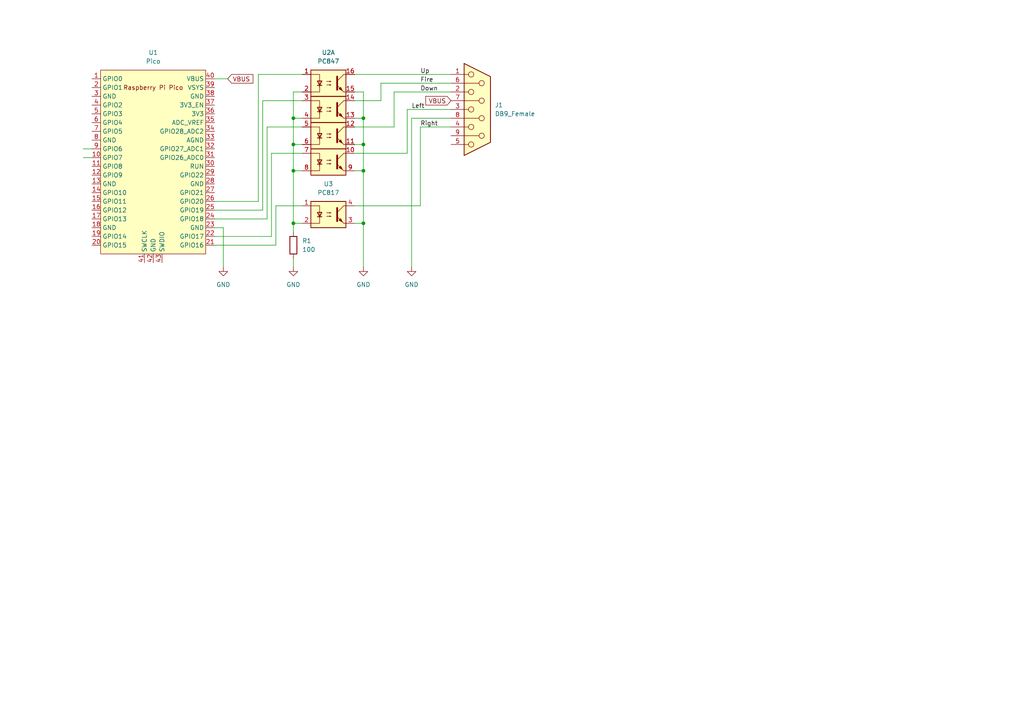
<source format=kicad_sch>
(kicad_sch (version 20211123) (generator eeschema)
  (paper "A4")
  (lib_symbols
    (symbol "Connector:DB9_Female" (pin_names (offset 1.016) hide)
      (property "Reference" "J" (at 0 13.97 0))
      (property "Value" "DB9_Female" (at 0 -14.605 0))
      (symbol "DB9_Female_0_1"
        (circle (center -1.778 -10.16) (radius 0.762))
        (circle (center -1.778 -5.08) (radius 0.762))
        (circle (center -1.778 0) (radius 0.762))
        (circle (center -1.778 5.08) (radius 0.762))
        (circle (center -1.778 10.16) (radius 0.762))
        (polyline (pts (xy -3.81 -10.16) (xy -2.54 -10.16)))
        (polyline (pts (xy -3.81 -7.62) (xy 0.508 -7.62)))
        (polyline (pts (xy -3.81 -5.08) (xy -2.54 -5.08)))
        (polyline (pts (xy -3.81 -2.54) (xy 0.508 -2.54)))
        (polyline (pts (xy -3.81 0) (xy -2.54 0)))
        (polyline (pts (xy -3.81 2.54) (xy 0.508 2.54)))
        (polyline (pts (xy -3.81 5.08) (xy -2.54 5.08)))
        (polyline (pts (xy -3.81 7.62) (xy 0.508 7.62)))
        (polyline (pts (xy -3.81 10.16) (xy -2.54 10.16)))
        (polyline (pts (xy -3.81 13.335) (xy -3.81 -13.335) (xy 3.81 -9.525) (xy 3.81 9.525) (xy -3.81 13.335)) (stroke (width 0.254)) (fill (type background)))
        (circle (center 1.27 -7.62) (radius 0.762))
        (circle (center 1.27 -2.54) (radius 0.762))
        (circle (center 1.27 2.54) (radius 0.762))
        (circle (center 1.27 7.62) (radius 0.762))
      )
      (symbol "DB9_Female_1_1"
        (pin passive line (at -7.62 10.16 0) (length 3.81) (name "1") (number "1"))
        (pin passive line (at -7.62 5.08 0) (length 3.81) (name "2") (number "2"))
        (pin passive line (at -7.62 0 0) (length 3.81) (name "3") (number "3"))
        (pin passive line (at -7.62 -5.08 0) (length 3.81) (name "4") (number "4"))
        (pin passive line (at -7.62 -10.16 0) (length 3.81) (name "5") (number "5"))
        (pin passive line (at -7.62 7.62 0) (length 3.81) (name "6") (number "6"))
        (pin passive line (at -7.62 2.54 0) (length 3.81) (name "7") (number "7"))
        (pin passive line (at -7.62 -2.54 0) (length 3.81) (name "8") (number "8"))
        (pin passive line (at -7.62 -7.62 0) (length 3.81) (name "9") (number "9"))
      )
    )
    (symbol "Device:R" (pin_numbers hide) (pin_names (offset 0))
      (property "Reference" "R" (at 2.032 0 90))
      (property "Value" "R" (at 0 0 90))
      (symbol "R_0_1"
        (rectangle (start -1.016 -2.54) (end 1.016 2.54) (stroke (width 0.254)))
      )
      (symbol "R_1_1"
        (pin passive line (at 0 3.81 270) (length 1.27) (name "~") (number "1"))
        (pin passive line (at 0 -3.81 90) (length 1.27) (name "~") (number "2"))
      )
    )
    (symbol "Isolator:PC817" (pin_names (offset 1.016))
      (property "Reference" "U" (at -5.08 5.08 0))
      (property "Value" "PC817" (at 0 5.08 0))
      (symbol "PC817_0_1"
        (rectangle (start -5.08 3.81) (end 5.08 -3.81) (stroke (width 0.254)) (fill (type background)))
        (polyline (pts (xy -3.175 -0.635) (xy -1.905 -0.635)) (stroke (width 0.254)))
        (polyline (pts (xy 2.54 0.635) (xy 4.445 2.54)))
        (polyline (pts (xy 4.445 -2.54) (xy 2.54 -0.635)) (fill (type outline)))
        (polyline (pts (xy 4.445 -2.54) (xy 5.08 -2.54)))
        (polyline (pts (xy 4.445 2.54) (xy 5.08 2.54)))
        (polyline (pts (xy -5.08 2.54) (xy -2.54 2.54) (xy -2.54 -0.635)))
        (polyline (pts (xy -2.54 -0.635) (xy -2.54 -2.54) (xy -5.08 -2.54)))
        (polyline (pts (xy 2.54 1.905) (xy 2.54 -1.905) (xy 2.54 -1.905)) (stroke (width 0.508)))
        (polyline (pts (xy -2.54 -0.635) (xy -3.175 0.635) (xy -1.905 0.635) (xy -2.54 -0.635)) (stroke (width 0.254)))
        (polyline (pts (xy -0.508 -0.508) (xy 0.762 -0.508) (xy 0.381 -0.635) (xy 0.381 -0.381) (xy 0.762 -0.508)))
        (polyline (pts (xy -0.508 0.508) (xy 0.762 0.508) (xy 0.381 0.381) (xy 0.381 0.635) (xy 0.762 0.508)))
        (polyline (pts (xy 3.048 -1.651) (xy 3.556 -1.143) (xy 4.064 -2.159) (xy 3.048 -1.651) (xy 3.048 -1.651)) (fill (type outline)))
      )
      (symbol "PC817_1_1"
        (pin passive line (at -7.62 2.54 0) (length 2.54) (name "~") (number "1"))
        (pin passive line (at -7.62 -2.54 0) (length 2.54) (name "~") (number "2"))
        (pin passive line (at 7.62 -2.54 180) (length 2.54) (name "~") (number "3"))
        (pin passive line (at 7.62 2.54 180) (length 2.54) (name "~") (number "4"))
      )
    )
    (symbol "Isolator:PC847" (pin_names (offset 1.016))
      (property "Reference" "U" (at -5.08 5.08 0))
      (property "Value" "PC847" (at 0 5.08 0))
      (symbol "PC847_0_1"
        (rectangle (start -5.08 3.81) (end 5.08 -3.81) (stroke (width 0.254)) (fill (type background)))
        (polyline (pts (xy -3.175 -0.635) (xy -1.905 -0.635)) (stroke (width 0.254)))
        (polyline (pts (xy 2.54 0.635) (xy 4.445 2.54)))
        (polyline (pts (xy 4.445 -2.54) (xy 2.54 -0.635)) (fill (type outline)))
        (polyline (pts (xy 4.445 -2.54) (xy 5.08 -2.54)))
        (polyline (pts (xy 4.445 2.54) (xy 5.08 2.54)))
        (polyline (pts (xy -2.54 -0.635) (xy -2.54 -2.54) (xy -5.08 -2.54)))
        (polyline (pts (xy 2.54 1.905) (xy 2.54 -1.905) (xy 2.54 -1.905)) (stroke (width 0.508)))
        (polyline (pts (xy -5.08 2.54) (xy -2.54 2.54) (xy -2.54 -1.27) (xy -2.54 0.635)))
        (polyline (pts (xy -2.54 -0.635) (xy -3.175 0.635) (xy -1.905 0.635) (xy -2.54 -0.635)) (stroke (width 0.254)))
        (polyline (pts (xy -0.508 -0.508) (xy 0.762 -0.508) (xy 0.381 -0.635) (xy 0.381 -0.381) (xy 0.762 -0.508)))
        (polyline (pts (xy -0.508 0.508) (xy 0.762 0.508) (xy 0.381 0.381) (xy 0.381 0.635) (xy 0.762 0.508)))
        (polyline (pts (xy 3.048 -1.651) (xy 3.556 -1.143) (xy 4.064 -2.159) (xy 3.048 -1.651) (xy 3.048 -1.651)) (fill (type outline)))
      )
      (symbol "PC847_1_1"
        (pin passive line (at -7.62 2.54 0) (length 2.54) (name "~") (number "1"))
        (pin passive line (at 7.62 -2.54 180) (length 2.54) (name "~") (number "15"))
        (pin passive line (at 7.62 2.54 180) (length 2.54) (name "~") (number "16"))
        (pin passive line (at -7.62 -2.54 0) (length 2.54) (name "~") (number "2"))
      )
      (symbol "PC847_2_1"
        (pin passive line (at 7.62 -2.54 180) (length 2.54) (name "~") (number "13"))
        (pin passive line (at 7.62 2.54 180) (length 2.54) (name "~") (number "14"))
        (pin passive line (at -7.62 2.54 0) (length 2.54) (name "~") (number "3"))
        (pin passive line (at -7.62 -2.54 0) (length 2.54) (name "~") (number "4"))
      )
      (symbol "PC847_3_1"
        (pin passive line (at 7.62 -2.54 180) (length 2.54) (name "~") (number "11"))
        (pin passive line (at 7.62 2.54 180) (length 2.54) (name "~") (number "12"))
        (pin passive line (at -7.62 2.54 0) (length 2.54) (name "~") (number "5"))
        (pin passive line (at -7.62 -2.54 0) (length 2.54) (name "~") (number "6"))
      )
      (symbol "PC847_4_1"
        (pin passive line (at 7.62 2.54 180) (length 2.54) (name "~") (number "10"))
        (pin passive line (at -7.62 2.54 0) (length 2.54) (name "~") (number "7"))
        (pin passive line (at -7.62 -2.54 0) (length 2.54) (name "~") (number "8"))
        (pin passive line (at 7.62 -2.54 180) (length 2.54) (name "~") (number "9"))
      )
    )
    (symbol "MCU_RaspberryPi_and_Boards:Pico"
      (property "Reference" "U" (at -13.97 27.94 0))
      (property "Value" "Pico" (at 0 19.05 0))
      (symbol "Pico_0_0"
        (text "Raspberry Pi Pico" (at 0 21.59 0) (effects (font (size 1.27 1.27))))
      )
      (symbol "Pico_0_1"
        (rectangle (start -15.24 26.67) (end 15.24 -26.67) (fill (type background)))
      )
      (symbol "Pico_1_1"
        (pin bidirectional line (at -17.78 24.13 0) (length 2.54) (name "GPIO0") (number "1"))
        (pin bidirectional line (at -17.78 1.27 0) (length 2.54) (name "GPIO7") (number "10"))
        (pin bidirectional line (at -17.78 -1.27 0) (length 2.54) (name "GPIO8") (number "11"))
        (pin bidirectional line (at -17.78 -3.81 0) (length 2.54) (name "GPIO9") (number "12"))
        (pin power_in line (at -17.78 -6.35 0) (length 2.54) (name "GND") (number "13"))
        (pin bidirectional line (at -17.78 -8.89 0) (length 2.54) (name "GPIO10") (number "14"))
        (pin bidirectional line (at -17.78 -11.43 0) (length 2.54) (name "GPIO11") (number "15"))
        (pin bidirectional line (at -17.78 -13.97 0) (length 2.54) (name "GPIO12") (number "16"))
        (pin bidirectional line (at -17.78 -16.51 0) (length 2.54) (name "GPIO13") (number "17"))
        (pin power_in line (at -17.78 -19.05 0) (length 2.54) (name "GND") (number "18"))
        (pin bidirectional line (at -17.78 -21.59 0) (length 2.54) (name "GPIO14") (number "19"))
        (pin bidirectional line (at -17.78 21.59 0) (length 2.54) (name "GPIO1") (number "2"))
        (pin bidirectional line (at -17.78 -24.13 0) (length 2.54) (name "GPIO15") (number "20"))
        (pin bidirectional line (at 17.78 -24.13 180) (length 2.54) (name "GPIO16") (number "21"))
        (pin bidirectional line (at 17.78 -21.59 180) (length 2.54) (name "GPIO17") (number "22"))
        (pin power_in line (at 17.78 -19.05 180) (length 2.54) (name "GND") (number "23"))
        (pin bidirectional line (at 17.78 -16.51 180) (length 2.54) (name "GPIO18") (number "24"))
        (pin bidirectional line (at 17.78 -13.97 180) (length 2.54) (name "GPIO19") (number "25"))
        (pin bidirectional line (at 17.78 -11.43 180) (length 2.54) (name "GPIO20") (number "26"))
        (pin bidirectional line (at 17.78 -8.89 180) (length 2.54) (name "GPIO21") (number "27"))
        (pin power_in line (at 17.78 -6.35 180) (length 2.54) (name "GND") (number "28"))
        (pin bidirectional line (at 17.78 -3.81 180) (length 2.54) (name "GPIO22") (number "29"))
        (pin power_in line (at -17.78 19.05 0) (length 2.54) (name "GND") (number "3"))
        (pin input line (at 17.78 -1.27 180) (length 2.54) (name "RUN") (number "30"))
        (pin bidirectional line (at 17.78 1.27 180) (length 2.54) (name "GPIO26_ADC0") (number "31"))
        (pin bidirectional line (at 17.78 3.81 180) (length 2.54) (name "GPIO27_ADC1") (number "32"))
        (pin power_in line (at 17.78 6.35 180) (length 2.54) (name "AGND") (number "33"))
        (pin bidirectional line (at 17.78 8.89 180) (length 2.54) (name "GPIO28_ADC2") (number "34"))
        (pin power_in line (at 17.78 11.43 180) (length 2.54) (name "ADC_VREF") (number "35"))
        (pin power_in line (at 17.78 13.97 180) (length 2.54) (name "3V3") (number "36"))
        (pin input line (at 17.78 16.51 180) (length 2.54) (name "3V3_EN") (number "37"))
        (pin bidirectional line (at 17.78 19.05 180) (length 2.54) (name "GND") (number "38"))
        (pin power_in line (at 17.78 21.59 180) (length 2.54) (name "VSYS") (number "39"))
        (pin bidirectional line (at -17.78 16.51 0) (length 2.54) (name "GPIO2") (number "4"))
        (pin power_in line (at 17.78 24.13 180) (length 2.54) (name "VBUS") (number "40"))
        (pin input line (at -2.54 -29.21 90) (length 2.54) (name "SWCLK") (number "41"))
        (pin power_in line (at 0 -29.21 90) (length 2.54) (name "GND") (number "42"))
        (pin bidirectional line (at 2.54 -29.21 90) (length 2.54) (name "SWDIO") (number "43"))
        (pin bidirectional line (at -17.78 13.97 0) (length 2.54) (name "GPIO3") (number "5"))
        (pin bidirectional line (at -17.78 11.43 0) (length 2.54) (name "GPIO4") (number "6"))
        (pin bidirectional line (at -17.78 8.89 0) (length 2.54) (name "GPIO5") (number "7"))
        (pin power_in line (at -17.78 6.35 0) (length 2.54) (name "GND") (number "8"))
        (pin bidirectional line (at -17.78 3.81 0) (length 2.54) (name "GPIO6") (number "9"))
      )
    )
    (symbol "power:GND" (power) (pin_names (offset 0))
      (property "Value" "GND" (at 0 -3.81 0))
      (symbol "GND_0_1"
        (polyline (pts (xy 0 0) (xy 0 -1.27) (xy 1.27 -1.27) (xy 0 -2.54) (xy -1.27 -1.27) (xy 0 -1.27)))
      )
      (symbol "GND_1_1"
        (pin power_in line (at 0 0 270) (length 0) hide (name "GND") (number "1"))
      )
    )
  )
  (junction (at 105.41 49.53))
  (junction (at 85.09 49.53))
  (junction (at 105.41 34.29))
  (junction (at 85.09 34.29))
  (junction (at 85.09 41.91))
  (junction (at 105.41 64.77))
  (junction (at 85.09 64.77))
  (junction (at 105.41 41.91))
  (wire (pts (xy 80.01 71.12) (xy 62.23 71.12)))
  (wire (pts (xy 77.47 36.83) (xy 87.63 36.83)))
  (wire (pts (xy 85.09 34.29) (xy 87.63 34.29)))
  (wire (pts (xy 85.09 64.77) (xy 87.63 64.77)))
  (wire (pts (xy 74.93 58.42) (xy 62.23 58.42)))
  (wire (pts (xy 110.49 24.13) (xy 110.49 29.21)))
  (wire (pts (xy 87.63 21.59) (xy 74.93 21.59)))
  (wire (pts (xy 105.41 64.77) (xy 105.41 77.47)))
  (wire (pts (xy 118.11 31.75) (xy 118.11 44.45)))
  (wire (pts (xy 102.87 49.53) (xy 105.41 49.53)))
  (wire (pts (xy 74.93 21.59) (xy 74.93 58.42)))
  (wire (pts (xy 77.47 36.83) (xy 77.47 63.5)))
  (wire (pts (xy 110.49 29.21) (xy 102.87 29.21)))
  (wire (pts (xy 85.09 41.91) (xy 85.09 49.53)))
  (wire (pts (xy 87.63 26.67) (xy 85.09 26.67)))
  (wire (pts (xy 85.09 26.67) (xy 85.09 34.29)))
  (wire (pts (xy 114.3 36.83) (xy 102.87 36.83)))
  (wire (pts (xy 78.74 44.45) (xy 78.74 68.58)))
  (wire (pts (xy 130.81 36.83) (xy 121.92 36.83)))
  (wire (pts (xy 76.2 29.21) (xy 87.63 29.21)))
  (wire (pts (xy 130.81 26.67) (xy 114.3 26.67)))
  (wire (pts (xy 24.13 45.72) (xy 26.67 45.72)))
  (wire (pts (xy 102.87 34.29) (xy 105.41 34.29)))
  (wire (pts (xy 62.23 22.86) (xy 66.04 22.86)))
  (wire (pts (xy 62.23 68.58) (xy 78.74 68.58)))
  (wire (pts (xy 76.2 60.96) (xy 62.23 60.96)))
  (wire (pts (xy 114.3 26.67) (xy 114.3 36.83)))
  (wire (pts (xy 121.92 36.83) (xy 121.92 59.69)))
  (wire (pts (xy 85.09 34.29) (xy 85.09 41.91)))
  (wire (pts (xy 121.92 59.69) (xy 102.87 59.69)))
  (wire (pts (xy 102.87 26.67) (xy 105.41 26.67)))
  (wire (pts (xy 85.09 41.91) (xy 87.63 41.91)))
  (wire (pts (xy 78.74 44.45) (xy 87.63 44.45)))
  (wire (pts (xy 119.38 34.29) (xy 130.81 34.29)))
  (wire (pts (xy 85.09 49.53) (xy 87.63 49.53)))
  (wire (pts (xy 119.38 34.29) (xy 119.38 77.47)))
  (wire (pts (xy 105.41 41.91) (xy 105.41 49.53)))
  (wire (pts (xy 105.41 49.53) (xy 105.41 64.77)))
  (wire (pts (xy 62.23 66.04) (xy 64.77 66.04)))
  (wire (pts (xy 102.87 64.77) (xy 105.41 64.77)))
  (wire (pts (xy 130.81 24.13) (xy 110.49 24.13)))
  (wire (pts (xy 77.47 63.5) (xy 62.23 63.5)))
  (wire (pts (xy 105.41 34.29) (xy 105.41 41.91)))
  (wire (pts (xy 130.81 31.75) (xy 118.11 31.75)))
  (wire (pts (xy 85.09 74.93) (xy 85.09 77.47)))
  (wire (pts (xy 85.09 64.77) (xy 85.09 67.31)))
  (wire (pts (xy 105.41 26.67) (xy 105.41 34.29)))
  (wire (pts (xy 85.09 49.53) (xy 85.09 64.77)))
  (wire (pts (xy 64.77 66.04) (xy 64.77 77.47)))
  (wire (pts (xy 24.13 43.18) (xy 26.67 43.18)))
  (wire (pts (xy 102.87 21.59) (xy 130.81 21.59)))
  (wire (pts (xy 76.2 29.21) (xy 76.2 60.96)))
  (wire (pts (xy 87.63 59.69) (xy 80.01 59.69)))
  (wire (pts (xy 118.11 44.45) (xy 102.87 44.45)))
  (wire (pts (xy 80.01 59.69) (xy 80.01 71.12)))
  (wire (pts (xy 102.87 41.91) (xy 105.41 41.91)))
  (label "Right" (at 121.92 36.83 0))
  (label "Down" (at 121.92 26.67 0))
  (label "Up" (at 121.92 21.59 0))
  (label "Fire" (at 121.92 24.13 0))
  (label "Left" (at 119.38 31.75 0))
  (global_label "VBUS" (shape input) (at 66.04 22.86 0) (property "Referenzen zwischen Schaltplänen" "${INTERSHEET_REFS}" (effects hide)))
  (global_label "VBUS" (shape input) (at 130.81 29.21 180) (property "Referenzen zwischen Schaltplänen" "${INTERSHEET_REFS}" (effects hide)))
  (symbol (lib_id "Isolator:PC817") (at 95.25 62.23 0) (unit 1)
    (property "Reference" "U3" (at 95.25 53.34 0))
    (property "Value" "PC817" (at 95.25 55.88 0))
    (property "Footprint" "Package_DIP:DIP-4_W7.62mm" (effects hide))
    (property "Datasheet" "http://www.soselectronic.cz/a_info/resource/d/pc817.pdf" (effects hide))
  )
  (symbol (lib_id "power:GND") (at 119.38 77.47 0) (unit 1)
    (property "Reference" "#PWR04" (effects hide))
    (property "Value" "GND" (at 119.38 82.55 0))
  )
  (symbol (lib_id "Connector:DB9_Female") (at 138.43 31.75 0) (unit 1)
    (property "Reference" "J1" (at 143.51 30.4799 0) (effects (justify left)))
    (property "Value" "DB9_Female" (at 143.51 33.0199 0) (effects (justify left)))
    (property "Footprint" "Connector_Dsub:DSUB-9_Female_EdgeMount_P2.77mm" (effects hide))
    (property "Datasheet" " ~" (effects hide))
  )
  (symbol (lib_id "power:GND") (at 64.77 77.47 0) (unit 1)
    (property "Reference" "#PWR01" (effects hide))
    (property "Value" "GND" (at 64.77 82.55 0))
  )
  (symbol (lib_id "power:GND") (at 105.41 77.47 0) (unit 1)
    (property "Reference" "#PWR03" (effects hide))
    (property "Value" "GND" (at 105.41 82.55 0))
  )
  (symbol (lib_id "Device:R") (at 85.09 71.12 180) (unit 1)
    (property "Reference" "R1" (at 87.63 69.8499 0) (effects (justify right)))
    (property "Value" "100" (at 87.63 72.3899 0) (effects (justify right)))
  )
  (symbol (lib_id "Isolator:PC847") (at 95.25 46.99 0) (unit 4)
    (property "Reference" "U2" (effects hide))
    (property "Value" "PC847" (effects hide))
    (property "Footprint" "Package_DIP:DIP-16_W7.62mm" (effects hide))
    (property "Datasheet" "http://www.soselectronic.cz/a_info/resource/d/pc817.pdf" (effects hide))
  )
  (symbol (lib_id "Isolator:PC847") (at 95.25 39.37 0) (unit 3)
    (property "Reference" "U2" (effects hide))
    (property "Value" "PC847" (effects hide))
    (property "Footprint" "Package_DIP:DIP-16_W7.62mm" (effects hide))
    (property "Datasheet" "http://www.soselectronic.cz/a_info/resource/d/pc817.pdf" (effects hide))
  )
  (symbol (lib_id "MCU_RaspberryPi_and_Boards:Pico") (at 44.45 46.99 0) (unit 1)
    (property "Reference" "U1" (at 44.45 15.24 0))
    (property "Value" "Pico" (at 44.45 17.78 0))
    (property "Footprint" "RPi_Pico:RPi_Pico_SMD_TH" (effects hide))
  )
  (symbol (lib_id "Isolator:PC847") (at 95.25 24.13 0) (unit 1)
    (property "Reference" "U2" (at 95.25 15.24 0))
    (property "Value" "PC847" (at 95.25 17.78 0))
    (property "Footprint" "Package_DIP:DIP-16_W7.62mm" (effects hide))
    (property "Datasheet" "http://www.soselectronic.cz/a_info/resource/d/pc817.pdf" (effects hide))
  )
  (symbol (lib_id "Isolator:PC847") (at 95.25 31.75 0) (unit 2)
    (property "Reference" "U2" (effects hide))
    (property "Value" "PC847" (effects hide))
    (property "Footprint" "Package_DIP:DIP-16_W7.62mm" (effects hide))
    (property "Datasheet" "http://www.soselectronic.cz/a_info/resource/d/pc817.pdf" (effects hide))
  )
  (symbol (lib_id "power:GND") (at 85.09 77.47 0) (unit 1)
    (property "Reference" "#PWR02" (effects hide))
    (property "Value" "GND" (at 85.09 82.55 0))
  )
)
</source>
